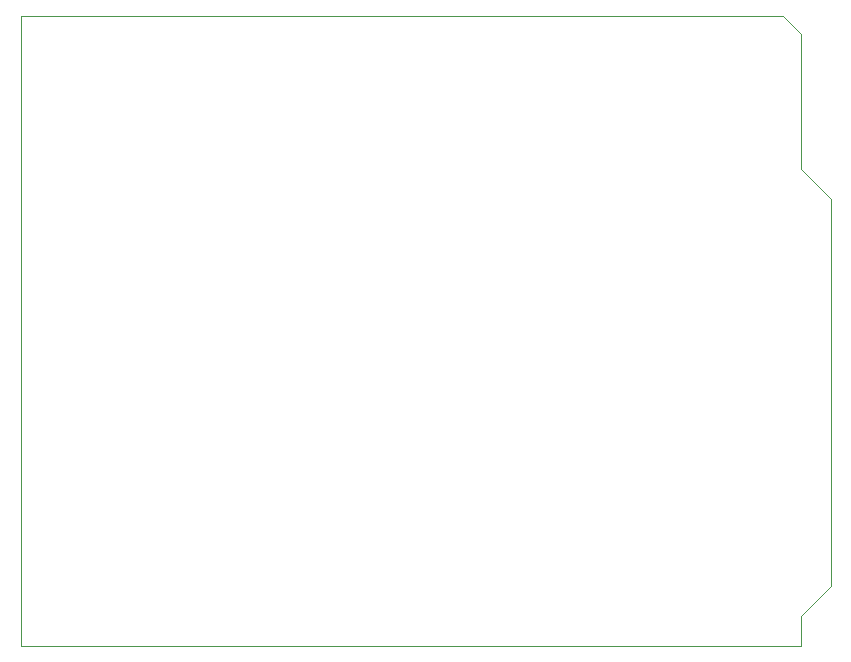
<source format=gbr>
%TF.GenerationSoftware,KiCad,Pcbnew,6.0.1-79c1e3a40b~116~ubuntu20.04.1*%
%TF.CreationDate,2022-01-29T19:32:23-05:00*%
%TF.ProjectId,Protogasm-Board-V2,50726f74-6f67-4617-936d-2d426f617264,rev?*%
%TF.SameCoordinates,Original*%
%TF.FileFunction,Profile,NP*%
%FSLAX46Y46*%
G04 Gerber Fmt 4.6, Leading zero omitted, Abs format (unit mm)*
G04 Created by KiCad (PCBNEW 6.0.1-79c1e3a40b~116~ubuntu20.04.1) date 2022-01-29 19:32:23*
%MOMM*%
%LPD*%
G01*
G04 APERTURE LIST*
%TA.AperFunction,Profile*%
%ADD10C,0.050000*%
%TD*%
G04 APERTURE END LIST*
D10*
X175260000Y-121920000D02*
X177800000Y-119380000D01*
X173736000Y-71120000D02*
X109220000Y-71120000D01*
X109220000Y-124460000D02*
X175260000Y-124460000D01*
X175260000Y-84074000D02*
X175260000Y-72644000D01*
X175260000Y-72644000D02*
X173736000Y-71120000D01*
X109220000Y-71120000D02*
X109220000Y-124460000D01*
X177800000Y-119380000D02*
X177800000Y-86614000D01*
X177800000Y-86614000D02*
X175260000Y-84074000D01*
X175260000Y-124460000D02*
X175260000Y-121920000D01*
M02*

</source>
